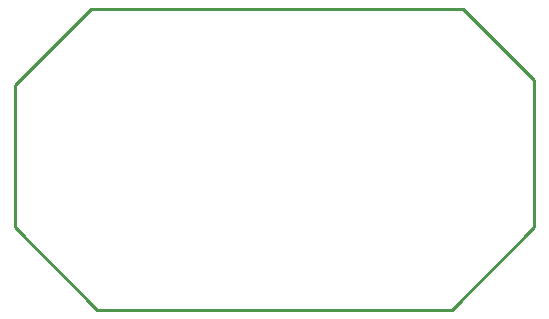
<source format=gko>
G04 Layer_Color=16711935*
%FSLAX44Y44*%
%MOMM*%
G71*
G01*
G75*
%ADD14C,0.2540*%
D14*
X770000Y745000D02*
X1070000D01*
X1140000Y815000D01*
Y940000D01*
X1080000Y1000000D01*
X765000D01*
X700000Y935000D01*
Y815000D01*
X770000Y745000D01*
M02*

</source>
